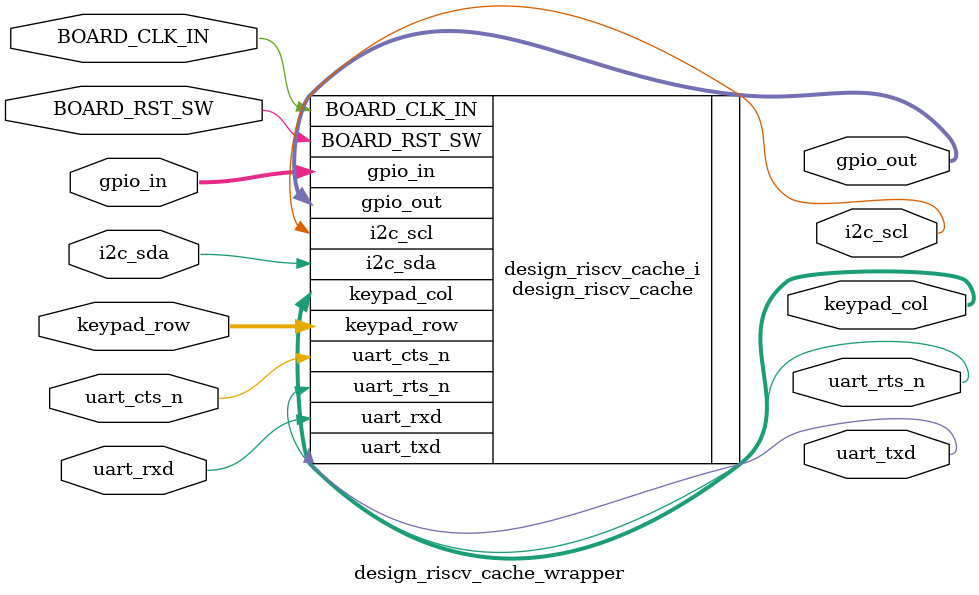
<source format=v>
`timescale 1 ps / 1 ps

module design_riscv_cache_wrapper
   (BOARD_CLK_IN,
    BOARD_RST_SW,
    gpio_in,
    gpio_out,
    i2c_scl,
    i2c_sda,
    keypad_col,
    keypad_row,
    uart_cts_n,
    uart_rts_n,
    uart_rxd,
    uart_txd);
  input BOARD_CLK_IN;
  input BOARD_RST_SW;
  input [7:0]gpio_in;
  output [7:0]gpio_out;
  output i2c_scl;
  inout i2c_sda;
  output [3:0]keypad_col;
  input [3:0]keypad_row;
  input uart_cts_n;
  output uart_rts_n;
  input uart_rxd;
  output uart_txd;

  wire BOARD_CLK_IN;
  wire BOARD_RST_SW;
  wire [7:0]gpio_in;
  wire [7:0]gpio_out;
  wire i2c_scl;
  wire i2c_sda;
  wire [3:0]keypad_col;
  wire [3:0]keypad_row;
  wire uart_cts_n;
  wire uart_rts_n;
  wire uart_rxd;
  wire uart_txd;

  design_riscv_cache design_riscv_cache_i
       (.BOARD_CLK_IN(BOARD_CLK_IN),
        .BOARD_RST_SW(BOARD_RST_SW),
        .gpio_in(gpio_in),
        .gpio_out(gpio_out),
        .i2c_scl(i2c_scl),
        .i2c_sda(i2c_sda),
        .keypad_col(keypad_col),
        .keypad_row(keypad_row),
        .uart_cts_n(uart_cts_n),
        .uart_rts_n(uart_rts_n),
        .uart_rxd(uart_rxd),
        .uart_txd(uart_txd));
endmodule

</source>
